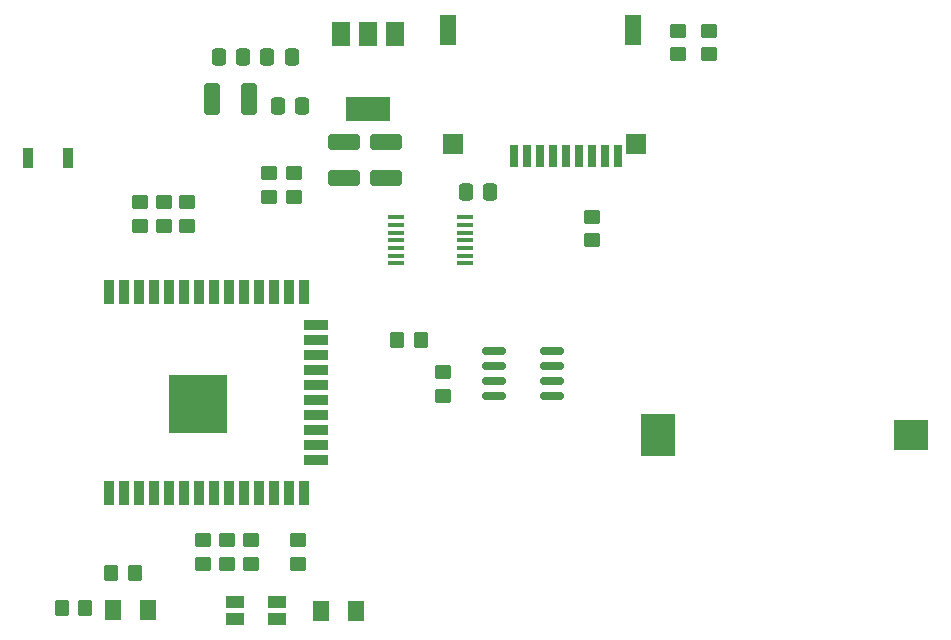
<source format=gbr>
%TF.GenerationSoftware,KiCad,Pcbnew,(6.0.2)*%
%TF.CreationDate,2022-06-23T10:44:51-05:00*%
%TF.ProjectId,ESP32,45535033-322e-46b6-9963-61645f706362,rev?*%
%TF.SameCoordinates,Original*%
%TF.FileFunction,Paste,Top*%
%TF.FilePolarity,Positive*%
%FSLAX46Y46*%
G04 Gerber Fmt 4.6, Leading zero omitted, Abs format (unit mm)*
G04 Created by KiCad (PCBNEW (6.0.2)) date 2022-06-23 10:44:51*
%MOMM*%
%LPD*%
G01*
G04 APERTURE LIST*
G04 Aperture macros list*
%AMRoundRect*
0 Rectangle with rounded corners*
0 $1 Rounding radius*
0 $2 $3 $4 $5 $6 $7 $8 $9 X,Y pos of 4 corners*
0 Add a 4 corners polygon primitive as box body*
4,1,4,$2,$3,$4,$5,$6,$7,$8,$9,$2,$3,0*
0 Add four circle primitives for the rounded corners*
1,1,$1+$1,$2,$3*
1,1,$1+$1,$4,$5*
1,1,$1+$1,$6,$7*
1,1,$1+$1,$8,$9*
0 Add four rect primitives between the rounded corners*
20,1,$1+$1,$2,$3,$4,$5,0*
20,1,$1+$1,$4,$5,$6,$7,0*
20,1,$1+$1,$6,$7,$8,$9,0*
20,1,$1+$1,$8,$9,$2,$3,0*%
G04 Aperture macros list end*
%ADD10RoundRect,0.250000X0.450000X-0.350000X0.450000X0.350000X-0.450000X0.350000X-0.450000X-0.350000X0*%
%ADD11RoundRect,0.250000X-0.450000X0.350000X-0.450000X-0.350000X0.450000X-0.350000X0.450000X0.350000X0*%
%ADD12R,1.473200X0.355600*%
%ADD13R,0.900000X2.000000*%
%ADD14R,2.000000X0.900000*%
%ADD15R,5.000000X5.000000*%
%ADD16RoundRect,0.250000X-0.337500X-0.475000X0.337500X-0.475000X0.337500X0.475000X-0.337500X0.475000X0*%
%ADD17R,1.500000X1.000000*%
%ADD18RoundRect,0.250000X0.337500X0.475000X-0.337500X0.475000X-0.337500X-0.475000X0.337500X-0.475000X0*%
%ADD19R,3.000000X3.600000*%
%ADD20R,3.000000X2.600000*%
%ADD21R,1.500000X2.000000*%
%ADD22R,3.800000X2.000000*%
%ADD23R,0.700000X1.900000*%
%ADD24R,1.700000X1.800000*%
%ADD25R,1.400000X2.600000*%
%ADD26RoundRect,0.250000X-1.100000X0.412500X-1.100000X-0.412500X1.100000X-0.412500X1.100000X0.412500X0*%
%ADD27RoundRect,0.150000X0.825000X0.150000X-0.825000X0.150000X-0.825000X-0.150000X0.825000X-0.150000X0*%
%ADD28R,0.900000X1.700000*%
%ADD29RoundRect,0.250000X-0.350000X-0.450000X0.350000X-0.450000X0.350000X0.450000X-0.350000X0.450000X0*%
%ADD30RoundRect,0.250000X0.350000X0.450000X-0.350000X0.450000X-0.350000X-0.450000X0.350000X-0.450000X0*%
%ADD31RoundRect,0.250000X1.100000X-0.412500X1.100000X0.412500X-1.100000X0.412500X-1.100000X-0.412500X0*%
%ADD32RoundRect,0.250001X0.462499X0.624999X-0.462499X0.624999X-0.462499X-0.624999X0.462499X-0.624999X0*%
%ADD33RoundRect,0.250000X-0.412500X-1.100000X0.412500X-1.100000X0.412500X1.100000X-0.412500X1.100000X0*%
G04 APERTURE END LIST*
D10*
%TO.C,R17*%
X86850000Y-27000000D03*
X86850000Y-25000000D03*
%TD*%
D11*
%TO.C,R15*%
X66950000Y-53900000D03*
X66950000Y-55900000D03*
%TD*%
%TO.C,R2*%
X54650000Y-68150000D03*
X54650000Y-70150000D03*
%TD*%
D12*
%TO.C,U4*%
X62979000Y-40794200D03*
X62979000Y-41454600D03*
X62979000Y-42089600D03*
X62979000Y-42750000D03*
X62979000Y-43410400D03*
X62979000Y-44045400D03*
X62979000Y-44705800D03*
X68821000Y-44705800D03*
X68821000Y-44045400D03*
X68821000Y-43410400D03*
X68821000Y-42750000D03*
X68821000Y-42089600D03*
X68821000Y-41454600D03*
X68821000Y-40794200D03*
%TD*%
D11*
%TO.C,R16*%
X89500000Y-25000000D03*
X89500000Y-27000000D03*
%TD*%
D13*
%TO.C,U1*%
X38695000Y-64150000D03*
X39965000Y-64150000D03*
X41235000Y-64150000D03*
X42505000Y-64150000D03*
X43775000Y-64150000D03*
X45045000Y-64150000D03*
X46315000Y-64150000D03*
X47585000Y-64150000D03*
X48855000Y-64150000D03*
X50125000Y-64150000D03*
X51395000Y-64150000D03*
X52665000Y-64150000D03*
X53935000Y-64150000D03*
X55205000Y-64150000D03*
D14*
X56205000Y-61365000D03*
X56205000Y-60095000D03*
X56205000Y-58825000D03*
X56205000Y-57555000D03*
X56205000Y-56285000D03*
X56205000Y-55015000D03*
X56205000Y-53745000D03*
X56205000Y-52475000D03*
X56205000Y-51205000D03*
X56205000Y-49935000D03*
D13*
X55205000Y-47150000D03*
X53935000Y-47150000D03*
X52665000Y-47150000D03*
X51395000Y-47150000D03*
X50125000Y-47150000D03*
X48855000Y-47150000D03*
X47585000Y-47150000D03*
X46315000Y-47150000D03*
X45045000Y-47150000D03*
X43775000Y-47150000D03*
X42505000Y-47150000D03*
X41235000Y-47150000D03*
X39965000Y-47150000D03*
X38695000Y-47150000D03*
D15*
X46195000Y-56650000D03*
%TD*%
D11*
%TO.C,R12*%
X79550000Y-40750000D03*
X79550000Y-42750000D03*
%TD*%
D16*
%TO.C,C7*%
X68862500Y-38700000D03*
X70937500Y-38700000D03*
%TD*%
D17*
%TO.C,D3*%
X49350000Y-73400000D03*
X49350000Y-74800000D03*
X52850000Y-74800000D03*
X52850000Y-73400000D03*
%TD*%
D11*
%TO.C,R14*%
X45300000Y-39500000D03*
X45300000Y-41500000D03*
%TD*%
D18*
%TO.C,C6*%
X54137500Y-27250000D03*
X52062500Y-27250000D03*
%TD*%
D10*
%TO.C,R9*%
X41300000Y-41500000D03*
X41300000Y-39500000D03*
%TD*%
D11*
%TO.C,R13*%
X43300000Y-39500000D03*
X43300000Y-41500000D03*
%TD*%
D19*
%TO.C,BT1*%
X85128000Y-59200000D03*
D20*
X106528000Y-59200000D03*
%TD*%
D10*
%TO.C,R7*%
X48650000Y-70150000D03*
X48650000Y-68150000D03*
%TD*%
D21*
%TO.C,U2*%
X62900000Y-25300000D03*
D22*
X60600000Y-31600000D03*
D21*
X60600000Y-25300000D03*
X58300000Y-25300000D03*
%TD*%
D10*
%TO.C,R6*%
X50650000Y-70150000D03*
X50650000Y-68150000D03*
%TD*%
D23*
%TO.C,J8*%
X72950000Y-35625000D03*
X74050000Y-35625000D03*
X75150000Y-35625000D03*
X76250000Y-35625000D03*
X77350000Y-35625000D03*
X78450000Y-35625000D03*
X79550000Y-35625000D03*
X80650000Y-35625000D03*
X81750000Y-35625000D03*
D24*
X83300000Y-34575000D03*
X67800000Y-34575000D03*
D25*
X83050000Y-24975000D03*
X67350000Y-24975000D03*
%TD*%
D26*
%TO.C,C3*%
X58600000Y-34387500D03*
X58600000Y-37512500D03*
%TD*%
D27*
%TO.C,U5*%
X76175000Y-55905000D03*
X76175000Y-54635000D03*
X76175000Y-53365000D03*
X76175000Y-52095000D03*
X71225000Y-52095000D03*
X71225000Y-53365000D03*
X71225000Y-54635000D03*
X71225000Y-55905000D03*
%TD*%
D28*
%TO.C,RST2*%
X35200009Y-35749992D03*
X31800009Y-35749992D03*
%TD*%
D16*
%TO.C,C5*%
X47962500Y-27250000D03*
X50037500Y-27250000D03*
%TD*%
D29*
%TO.C,R1*%
X38850000Y-70950000D03*
X40850000Y-70950000D03*
%TD*%
D30*
%TO.C,R3*%
X36650000Y-73900000D03*
X34650000Y-73900000D03*
%TD*%
D11*
%TO.C,R4*%
X46650000Y-68150000D03*
X46650000Y-70150000D03*
%TD*%
D31*
%TO.C,C4*%
X62150000Y-37512500D03*
X62150000Y-34387500D03*
%TD*%
D32*
%TO.C,D2*%
X41987500Y-74050000D03*
X39012500Y-74050000D03*
%TD*%
%TO.C,D1*%
X59587500Y-74100000D03*
X56612500Y-74100000D03*
%TD*%
D29*
%TO.C,R5*%
X63050000Y-51200000D03*
X65050000Y-51200000D03*
%TD*%
D16*
%TO.C,C2*%
X52962500Y-31350000D03*
X55037500Y-31350000D03*
%TD*%
D33*
%TO.C,C1*%
X47387500Y-30750000D03*
X50512500Y-30750000D03*
%TD*%
D11*
%TO.C,R11*%
X52200000Y-37050000D03*
X52200000Y-39050000D03*
%TD*%
%TO.C,R10*%
X54300000Y-37050000D03*
X54300000Y-39050000D03*
%TD*%
M02*

</source>
